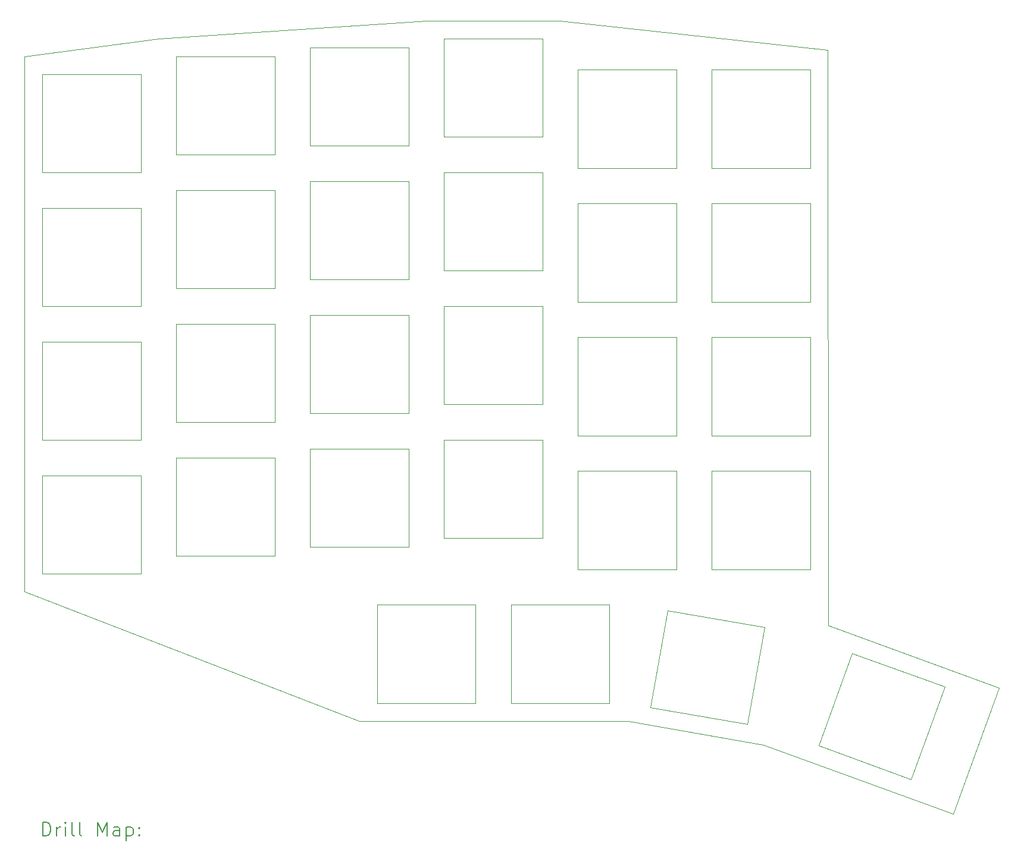
<source format=gbr>
%TF.GenerationSoftware,KiCad,Pcbnew,9.0.7*%
%TF.CreationDate,2026-02-21T19:36:22+09:00*%
%TF.ProjectId,top-plate,746f702d-706c-4617-9465-2e6b69636164,rev?*%
%TF.SameCoordinates,Original*%
%TF.FileFunction,Drillmap*%
%TF.FilePolarity,Positive*%
%FSLAX45Y45*%
G04 Gerber Fmt 4.5, Leading zero omitted, Abs format (unit mm)*
G04 Created by KiCad (PCBNEW 9.0.7) date 2026-02-21 19:36:22*
%MOMM*%
%LPD*%
G01*
G04 APERTURE LIST*
%ADD10C,0.050000*%
%ADD11C,0.200000*%
G04 APERTURE END LIST*
D10*
X16446812Y-9432947D02*
X17848892Y-9432947D01*
X14541812Y-9432947D02*
X15943892Y-9432947D01*
X14038892Y-12795907D02*
X14038892Y-14197987D01*
X8323892Y-13303907D02*
X8323892Y-14705987D01*
X12133892Y-8609987D02*
X10731812Y-8609987D01*
X14038892Y-14197987D02*
X12636812Y-14197987D01*
X12133892Y-12922907D02*
X12133892Y-14324987D01*
X8826812Y-12546987D02*
X8826812Y-11144907D01*
X17848892Y-11337947D02*
X17848892Y-12740027D01*
X8576774Y-7083541D02*
X10478495Y-6957899D01*
X11427797Y-16801204D02*
X6668622Y-14957714D01*
X12636812Y-12795907D02*
X14038892Y-12795907D01*
X8826812Y-13049907D02*
X10228892Y-13049907D01*
X13086392Y-15145407D02*
X13086392Y-16547487D01*
X12636812Y-14197987D02*
X12636812Y-12795907D01*
X14038892Y-8985907D02*
X14038892Y-10387987D01*
X20537606Y-16328410D02*
X18102598Y-15445181D01*
X11684312Y-16547487D02*
X11684312Y-15145407D01*
X14541812Y-10835027D02*
X14541812Y-9432947D01*
X15943892Y-8930027D02*
X14541812Y-8930027D01*
X15943892Y-9432947D02*
X15943892Y-10835027D01*
X8323892Y-10895987D02*
X6921812Y-10895987D01*
X14541812Y-11337947D02*
X15943892Y-11337947D01*
X12133892Y-12419987D02*
X10731812Y-12419987D01*
X12636812Y-8985907D02*
X14038892Y-8985907D01*
X16446812Y-13242947D02*
X17848892Y-13242947D01*
X6921812Y-7588907D02*
X8323892Y-7588907D01*
X6921812Y-14705987D02*
X6921812Y-13303907D01*
X17848892Y-8930027D02*
X16446812Y-8930027D01*
X17848892Y-14645027D02*
X16446812Y-14645027D01*
X15943892Y-13242947D02*
X15943892Y-14645027D01*
X8323892Y-7588907D02*
X8323892Y-8990987D01*
X19882437Y-18127826D02*
X17178324Y-17143150D01*
X14991392Y-16547487D02*
X13589312Y-16547487D01*
X13589312Y-15145407D02*
X14991392Y-15145407D01*
X8826812Y-9239907D02*
X10228892Y-9239907D01*
X10228892Y-9239907D02*
X10228892Y-10641987D01*
X15943892Y-7527947D02*
X15943892Y-8930027D01*
X19760992Y-16317083D02*
X19281452Y-17634607D01*
X10731812Y-12419987D02*
X10731812Y-11017907D01*
X16446812Y-7527947D02*
X17848892Y-7527947D01*
X10731812Y-9112907D02*
X12133892Y-9112907D01*
X12133892Y-11017907D02*
X12133892Y-12419987D01*
X6921812Y-9493907D02*
X8323892Y-9493907D01*
X15943892Y-14645027D02*
X14541812Y-14645027D01*
X6668622Y-14957714D02*
X6667354Y-7337468D01*
X17848892Y-13242947D02*
X17848892Y-14645027D01*
X16446812Y-8930027D02*
X16446812Y-7527947D01*
X15943892Y-10835027D02*
X14541812Y-10835027D01*
X8826812Y-11144907D02*
X10228892Y-11144907D01*
X17848892Y-12740027D02*
X16446812Y-12740027D01*
X11684312Y-15145407D02*
X13086392Y-15145407D01*
X14038892Y-12292987D02*
X12636812Y-12292987D01*
X12636812Y-10387987D02*
X12636812Y-8985907D01*
X16954812Y-16849747D02*
X15574033Y-16606279D01*
X10731812Y-14324987D02*
X10731812Y-12922907D01*
X14541812Y-12740027D02*
X14541812Y-11337947D01*
X12385123Y-6830941D02*
X14288957Y-6830953D01*
X12636812Y-7080907D02*
X14038892Y-7080907D01*
X10731812Y-7207907D02*
X12133892Y-7207907D01*
X10228892Y-14451987D02*
X8826812Y-14451987D01*
X14288957Y-6830953D02*
X18097688Y-7242140D01*
X15943892Y-12740027D02*
X14541812Y-12740027D01*
X8323892Y-12800987D02*
X6921812Y-12800987D01*
X15262630Y-16804467D02*
X11427797Y-16801204D01*
X13589312Y-16547487D02*
X13589312Y-15145407D01*
X6921812Y-12800987D02*
X6921812Y-11398907D01*
X17848892Y-7527947D02*
X17848892Y-8930027D01*
X12133892Y-14324987D02*
X10731812Y-14324987D01*
X8323892Y-8990987D02*
X6921812Y-8990987D01*
X8323892Y-11398907D02*
X8323892Y-12800987D01*
X14541812Y-8930027D02*
X14541812Y-7527947D01*
X16446812Y-10835027D02*
X16446812Y-9432947D01*
X14038892Y-8482987D02*
X12636812Y-8482987D01*
X10731812Y-12922907D02*
X12133892Y-12922907D01*
X16446812Y-12740027D02*
X16446812Y-11337947D01*
X6921812Y-11398907D02*
X8323892Y-11398907D01*
X15574033Y-16606279D02*
X15817501Y-15225499D01*
X10731812Y-8609987D02*
X10731812Y-7207907D01*
X14038892Y-10387987D02*
X12636812Y-10387987D01*
X19281452Y-17634607D02*
X17963928Y-17155068D01*
X18443468Y-15837543D02*
X19760992Y-16317083D01*
X8826812Y-14451987D02*
X8826812Y-13049907D01*
X10731812Y-11017907D02*
X12133892Y-11017907D01*
X17963928Y-17155068D02*
X18443468Y-15837543D01*
X20537606Y-16328410D02*
X19882437Y-18127826D01*
X6921812Y-10895987D02*
X6921812Y-9493907D01*
X16446812Y-11337947D02*
X17848892Y-11337947D01*
X6667354Y-7337468D02*
X8576774Y-7083541D01*
X12133892Y-10514987D02*
X10731812Y-10514987D01*
X17178324Y-17143150D02*
X15262630Y-16804467D01*
X10228892Y-12546987D02*
X8826812Y-12546987D01*
X10478495Y-6957899D02*
X12385123Y-6830941D01*
X12133892Y-9112907D02*
X12133892Y-10514987D01*
X10228892Y-11144907D02*
X10228892Y-12546987D01*
X14541812Y-14645027D02*
X14541812Y-13242947D01*
X17848892Y-9432947D02*
X17848892Y-10835027D01*
X13086392Y-16547487D02*
X11684312Y-16547487D01*
X14038892Y-7080907D02*
X14038892Y-8482987D01*
X8826812Y-7334907D02*
X10228892Y-7334907D01*
X10228892Y-7334907D02*
X10228892Y-8736987D01*
X14541812Y-13242947D02*
X15943892Y-13242947D01*
X8323892Y-9493907D02*
X8323892Y-10895987D01*
X15817501Y-15225499D02*
X17198281Y-15468968D01*
X6921812Y-13303907D02*
X8323892Y-13303907D01*
X10228892Y-8736987D02*
X8826812Y-8736987D01*
X14991392Y-15145407D02*
X14991392Y-16547487D01*
X12636812Y-10890907D02*
X14038892Y-10890907D01*
X17198281Y-15468968D02*
X16954812Y-16849747D01*
X16446812Y-14645027D02*
X16446812Y-13242947D01*
X10731812Y-10514987D02*
X10731812Y-9112907D01*
X12133892Y-7207907D02*
X12133892Y-8609987D01*
X8826812Y-10641987D02*
X8826812Y-9239907D01*
X12636812Y-8482987D02*
X12636812Y-7080907D01*
X12636812Y-12292987D02*
X12636812Y-10890907D01*
X14038892Y-10890907D02*
X14038892Y-12292987D01*
X17848892Y-10835027D02*
X16446812Y-10835027D01*
X8826812Y-8736987D02*
X8826812Y-7334907D01*
X6921812Y-8990987D02*
X6921812Y-7588907D01*
X15943892Y-11337947D02*
X15943892Y-12740027D01*
X18097688Y-7242140D02*
X18102598Y-15445181D01*
X8323892Y-14705987D02*
X6921812Y-14705987D01*
X10228892Y-10641987D02*
X8826812Y-10641987D01*
X10228892Y-13049907D02*
X10228892Y-14451987D01*
X14541812Y-7527947D02*
X15943892Y-7527947D01*
D11*
X6925630Y-18441809D02*
X6925630Y-18241809D01*
X6925630Y-18241809D02*
X6973249Y-18241809D01*
X6973249Y-18241809D02*
X7001821Y-18251333D01*
X7001821Y-18251333D02*
X7020869Y-18270381D01*
X7020869Y-18270381D02*
X7030392Y-18289428D01*
X7030392Y-18289428D02*
X7039916Y-18327524D01*
X7039916Y-18327524D02*
X7039916Y-18356095D01*
X7039916Y-18356095D02*
X7030392Y-18394190D01*
X7030392Y-18394190D02*
X7020869Y-18413238D01*
X7020869Y-18413238D02*
X7001821Y-18432286D01*
X7001821Y-18432286D02*
X6973249Y-18441809D01*
X6973249Y-18441809D02*
X6925630Y-18441809D01*
X7125630Y-18441809D02*
X7125630Y-18308476D01*
X7125630Y-18346571D02*
X7135154Y-18327524D01*
X7135154Y-18327524D02*
X7144678Y-18318000D01*
X7144678Y-18318000D02*
X7163726Y-18308476D01*
X7163726Y-18308476D02*
X7182773Y-18308476D01*
X7249440Y-18441809D02*
X7249440Y-18308476D01*
X7249440Y-18241809D02*
X7239916Y-18251333D01*
X7239916Y-18251333D02*
X7249440Y-18260857D01*
X7249440Y-18260857D02*
X7258964Y-18251333D01*
X7258964Y-18251333D02*
X7249440Y-18241809D01*
X7249440Y-18241809D02*
X7249440Y-18260857D01*
X7373249Y-18441809D02*
X7354202Y-18432286D01*
X7354202Y-18432286D02*
X7344678Y-18413238D01*
X7344678Y-18413238D02*
X7344678Y-18241809D01*
X7478011Y-18441809D02*
X7458964Y-18432286D01*
X7458964Y-18432286D02*
X7449440Y-18413238D01*
X7449440Y-18413238D02*
X7449440Y-18241809D01*
X7706583Y-18441809D02*
X7706583Y-18241809D01*
X7706583Y-18241809D02*
X7773250Y-18384667D01*
X7773250Y-18384667D02*
X7839916Y-18241809D01*
X7839916Y-18241809D02*
X7839916Y-18441809D01*
X8020869Y-18441809D02*
X8020869Y-18337048D01*
X8020869Y-18337048D02*
X8011345Y-18318000D01*
X8011345Y-18318000D02*
X7992297Y-18308476D01*
X7992297Y-18308476D02*
X7954202Y-18308476D01*
X7954202Y-18308476D02*
X7935154Y-18318000D01*
X8020869Y-18432286D02*
X8001821Y-18441809D01*
X8001821Y-18441809D02*
X7954202Y-18441809D01*
X7954202Y-18441809D02*
X7935154Y-18432286D01*
X7935154Y-18432286D02*
X7925630Y-18413238D01*
X7925630Y-18413238D02*
X7925630Y-18394190D01*
X7925630Y-18394190D02*
X7935154Y-18375143D01*
X7935154Y-18375143D02*
X7954202Y-18365619D01*
X7954202Y-18365619D02*
X8001821Y-18365619D01*
X8001821Y-18365619D02*
X8020869Y-18356095D01*
X8116107Y-18308476D02*
X8116107Y-18508476D01*
X8116107Y-18318000D02*
X8135154Y-18308476D01*
X8135154Y-18308476D02*
X8173250Y-18308476D01*
X8173250Y-18308476D02*
X8192297Y-18318000D01*
X8192297Y-18318000D02*
X8201821Y-18327524D01*
X8201821Y-18327524D02*
X8211345Y-18346571D01*
X8211345Y-18346571D02*
X8211345Y-18403714D01*
X8211345Y-18403714D02*
X8201821Y-18422762D01*
X8201821Y-18422762D02*
X8192297Y-18432286D01*
X8192297Y-18432286D02*
X8173250Y-18441809D01*
X8173250Y-18441809D02*
X8135154Y-18441809D01*
X8135154Y-18441809D02*
X8116107Y-18432286D01*
X8297059Y-18422762D02*
X8306583Y-18432286D01*
X8306583Y-18432286D02*
X8297059Y-18441809D01*
X8297059Y-18441809D02*
X8287535Y-18432286D01*
X8287535Y-18432286D02*
X8297059Y-18422762D01*
X8297059Y-18422762D02*
X8297059Y-18441809D01*
X8297059Y-18318000D02*
X8306583Y-18327524D01*
X8306583Y-18327524D02*
X8297059Y-18337048D01*
X8297059Y-18337048D02*
X8287535Y-18327524D01*
X8287535Y-18327524D02*
X8297059Y-18318000D01*
X8297059Y-18318000D02*
X8297059Y-18337048D01*
M02*

</source>
